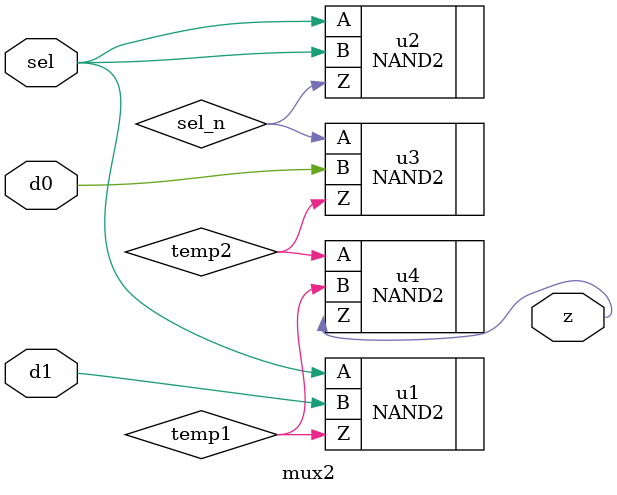
<source format=sv>
module mux2 (
    input logic d0,          // Data input 0
    input logic d1,          // Data input 1
    input logic sel,         // Select input
    output logic z           // Output
);

logic temp1 , temp2 , sel_n;




NAND2 #(8, 8) u1(.Z(temp1),.A(sel), .B(d1));
NAND2 #(8, 8) u2(.Z(sel_n), .A(sel),.B(sel));
NAND2 #(8, 8) u3(.Z(temp2), .A(sel_n), .B(d0));
NAND2 #(8, 8) u4(.Z(z), .A(temp2), .B(temp1));





endmodule

</source>
